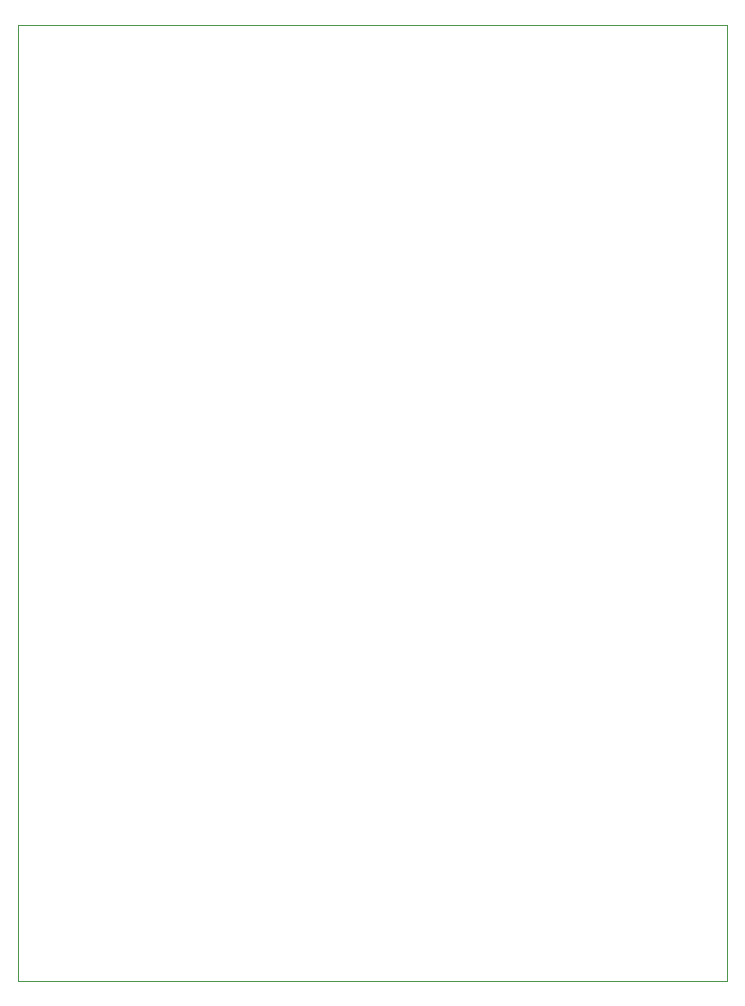
<source format=gm1>
G04 #@! TF.GenerationSoftware,KiCad,Pcbnew,7.0.11+1*
G04 #@! TF.CreationDate,2024-05-07T09:39:49-04:00*
G04 #@! TF.ProjectId,mystat,6d797374-6174-42e6-9b69-6361645f7063,rev?*
G04 #@! TF.SameCoordinates,Original*
G04 #@! TF.FileFunction,Profile,NP*
%FSLAX46Y46*%
G04 Gerber Fmt 4.6, Leading zero omitted, Abs format (unit mm)*
G04 Created by KiCad (PCBNEW 7.0.11+1) date 2024-05-07 09:39:49*
%MOMM*%
%LPD*%
G01*
G04 APERTURE LIST*
G04 #@! TA.AperFunction,Profile*
%ADD10C,0.100000*%
G04 #@! TD*
G04 APERTURE END LIST*
D10*
X50000000Y-131000000D02*
X110000000Y-131000000D01*
X110000000Y-50000000D02*
X110000000Y-131000000D01*
X50000000Y-50000000D02*
X110000000Y-50000000D01*
X50000000Y-50000000D02*
X50000000Y-131000000D01*
M02*

</source>
